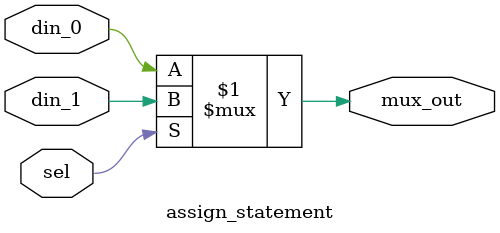
<source format=v>
module  assign_statement(
din_0      , // Mux first input
din_1      , // Mux Second input
sel        , // Select input
mux_out      // Mux output
);
//-----------Input Ports---------------
input din_0, din_1, sel ;
//-----------Output Ports---------------
output mux_out;
//------------Internal Variables--------
wire  mux_out;
//-------------Code Start-----------------
assign mux_out = (sel) ? din_1 : din_0;

endmodule //End Of Module mux
</source>
